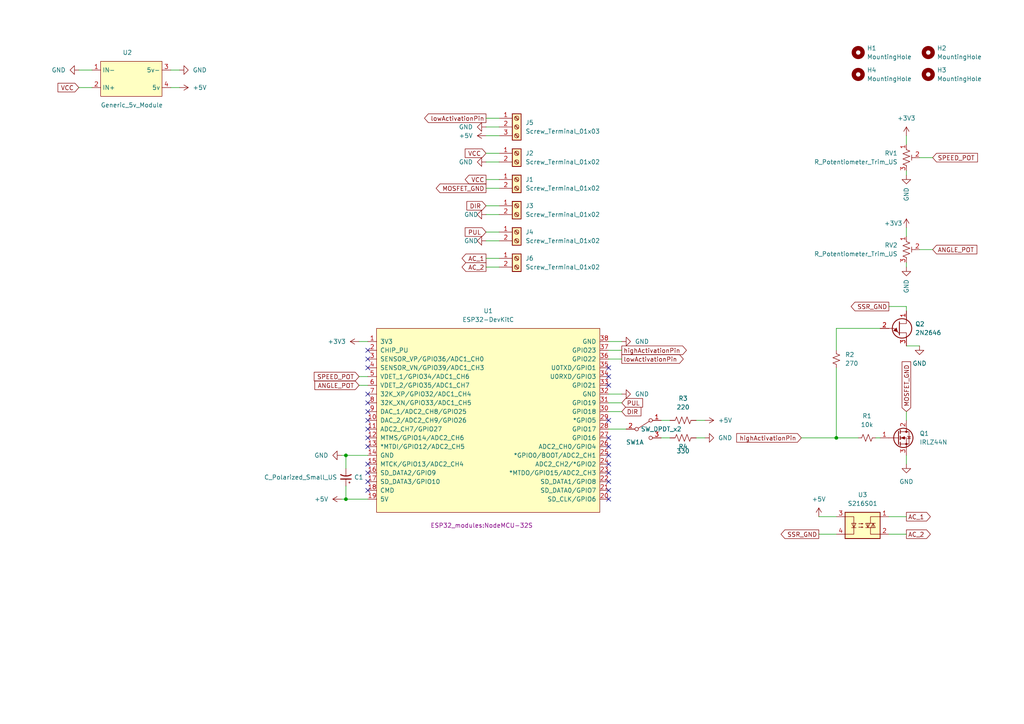
<source format=kicad_sch>
(kicad_sch (version 20211123) (generator eeschema)
  (paper "A4")
  (title_block (title "ESP32 Turning Target System") (date "2022-06-23") (rev "6") (company "Scott Dial") (comment 1 "Use in conjunction with Bullseye Match from the App Store."))
  (lib_symbols
    (symbol "Connector:Screw_Terminal_01x02" (pin_names (offset 1.016) hide)
      (property "Reference" "J" (at 0 2.54 0))
      (property "Value" "Screw_Terminal_01x02" (at 0 -5.08 0))
      (symbol "Screw_Terminal_01x02_1_1"
        (rectangle (start -1.27 1.27) (end 1.27 -3.81) (stroke (width 0.254)) (fill (type background)))
        (circle (center 0 -2.54) (radius 0.635) (stroke (width 0.1524)))
        (polyline (pts (xy -0.5334 -2.2098) (xy 0.3302 -3.048)) (stroke (width 0.1524)))
        (polyline (pts (xy -0.5334 0.3302) (xy 0.3302 -0.508)) (stroke (width 0.1524)))
        (polyline (pts (xy -0.3556 -2.032) (xy 0.508 -2.8702)) (stroke (width 0.1524)))
        (polyline (pts (xy -0.3556 0.508) (xy 0.508 -0.3302)) (stroke (width 0.1524)))
        (circle (center 0 0) (radius 0.635) (stroke (width 0.1524)))
        (pin passive line (at -5.08 0 0) (length 3.81) (name "Pin_1") (number "1"))
        (pin passive line (at -5.08 -2.54 0) (length 3.81) (name "Pin_2") (number "2"))
      )
    )
    (symbol "Connector:Screw_Terminal_01x03" (pin_names (offset 1.016) hide)
      (property "Reference" "J" (at 0 5.08 0))
      (property "Value" "Screw_Terminal_01x03" (at 0 -5.08 0))
      (symbol "Screw_Terminal_01x03_1_1"
        (rectangle (start -1.27 3.81) (end 1.27 -3.81) (stroke (width 0.254)) (fill (type background)))
        (circle (center 0 -2.54) (radius 0.635) (stroke (width 0.1524)))
        (polyline (pts (xy -0.5334 -2.2098) (xy 0.3302 -3.048)) (stroke (width 0.1524)))
        (polyline (pts (xy -0.5334 0.3302) (xy 0.3302 -0.508)) (stroke (width 0.1524)))
        (polyline (pts (xy -0.5334 2.8702) (xy 0.3302 2.032)) (stroke (width 0.1524)))
        (polyline (pts (xy -0.3556 -2.032) (xy 0.508 -2.8702)) (stroke (width 0.1524)))
        (polyline (pts (xy -0.3556 0.508) (xy 0.508 -0.3302)) (stroke (width 0.1524)))
        (polyline (pts (xy -0.3556 3.048) (xy 0.508 2.2098)) (stroke (width 0.1524)))
        (circle (center 0 0) (radius 0.635) (stroke (width 0.1524)))
        (circle (center 0 2.54) (radius 0.635) (stroke (width 0.1524)))
        (pin passive line (at -5.08 2.54 0) (length 3.81) (name "Pin_1") (number "1"))
        (pin passive line (at -5.08 0 0) (length 3.81) (name "Pin_2") (number "2"))
        (pin passive line (at -5.08 -2.54 0) (length 3.81) (name "Pin_3") (number "3"))
      )
    )
    (symbol "Converter_DCDC:Generic_5v_Module"
      (property "Reference" "U" (at 0 -12.7 0))
      (property "Value" "Generic_5v_Module" (at 0 7.62 0))
      (symbol "Generic_5v_Module_0_1"
        (rectangle (start 0 0) (end 17.78 -10.16) (fill (type background)))
        (rectangle (start 2.54 -2.54) (end 2.54 -2.54))
      )
      (symbol "Generic_5v_Module_1_1"
        (pin input line (at -2.54 -2.54 0) (length 2.54) (name "IN-") (number "1"))
        (pin input line (at -2.54 -7.62 0) (length 2.54) (name "IN+") (number "2"))
        (pin output line (at 20.32 -2.54 180) (length 2.54) (name "5v-") (number "3"))
        (pin output line (at 20.32 -7.62 180) (length 2.54) (name "5v") (number "4"))
      )
    )
    (symbol "Device:C_Polarized_Small_US" (pin_numbers hide) (pin_names (offset 0.254) hide)
      (property "Reference" "C" (at 0.254 1.778 0))
      (property "Value" "C_Polarized_Small_US" (at 0.254 -2.032 0))
      (symbol "C_Polarized_Small_US_0_1"
        (polyline (pts (xy -1.524 0.508) (xy 1.524 0.508)) (stroke (width 0.3048)))
        (polyline (pts (xy -1.27 1.524) (xy -0.762 1.524)))
        (polyline (pts (xy -1.016 1.27) (xy -1.016 1.778)))
        (arc (start 1.524 -0.762) (mid 0 -0.3734) (end -1.524 -0.762) (stroke (width 0.3048)))
      )
      (symbol "C_Polarized_Small_US_1_1"
        (pin passive line (at 0 2.54 270) (length 2.032) (name "~") (number "1"))
        (pin passive line (at 0 -2.54 90) (length 2.032) (name "~") (number "2"))
      )
    )
    (symbol "Device:R_Potentiometer_Trim_US" (pin_names (offset 1.016) hide)
      (property "Reference" "RV" (at -4.445 0 90))
      (property "Value" "R_Potentiometer_Trim_US" (at -2.54 0 90))
      (symbol "R_Potentiometer_Trim_US_0_1"
        (polyline (pts (xy 0 -2.286) (xy 0 -2.54)))
        (polyline (pts (xy 0 2.286) (xy 0 2.54)))
        (polyline (pts (xy 1.524 0.762) (xy 1.524 -0.762)))
        (polyline (pts (xy 2.54 0) (xy 1.524 0)))
        (polyline (pts (xy 0 -0.762) (xy 1.016 -1.143) (xy 0 -1.524) (xy -1.016 -1.905) (xy 0 -2.286)))
        (polyline (pts (xy 0 0.762) (xy 1.016 0.381) (xy 0 0) (xy -1.016 -0.381) (xy 0 -0.762)))
        (polyline (pts (xy 0 2.286) (xy 1.016 1.905) (xy 0 1.524) (xy -1.016 1.143) (xy 0 0.762)))
      )
      (symbol "R_Potentiometer_Trim_US_1_1"
        (pin passive line (at 0 3.81 270) (length 1.27) (name "1") (number "1"))
        (pin passive line (at 3.81 0 180) (length 1.27) (name "2") (number "2"))
        (pin passive line (at 0 -3.81 90) (length 1.27) (name "3") (number "3"))
      )
    )
    (symbol "Device:R_Small_US" (pin_numbers hide) (pin_names (offset 0.254) hide)
      (property "Reference" "R" (at 0.762 0.508 0))
      (property "Value" "R_Small_US" (at 0.762 -1.016 0))
      (symbol "R_Small_US_1_1"
        (polyline (pts (xy 0 0) (xy 1.016 -0.381) (xy 0 -0.762) (xy -1.016 -1.143) (xy 0 -1.524)))
        (polyline (pts (xy 0 1.524) (xy 1.016 1.143) (xy 0 0.762) (xy -1.016 0.381) (xy 0 0)))
        (pin passive line (at 0 2.54 270) (length 1.016) (name "~") (number "1"))
        (pin passive line (at 0 -2.54 90) (length 1.016) (name "~") (number "2"))
      )
    )
    (symbol "Device:R_US" (pin_numbers hide) (pin_names (offset 0))
      (property "Reference" "R" (at 2.54 0 90))
      (property "Value" "R_US" (at -2.54 0 90))
      (symbol "R_US_0_1"
        (polyline (pts (xy 0 -2.286) (xy 0 -2.54)))
        (polyline (pts (xy 0 2.286) (xy 0 2.54)))
        (polyline (pts (xy 0 -0.762) (xy 1.016 -1.143) (xy 0 -1.524) (xy -1.016 -1.905) (xy 0 -2.286)))
        (polyline (pts (xy 0 0.762) (xy 1.016 0.381) (xy 0 0) (xy -1.016 -0.381) (xy 0 -0.762)))
        (polyline (pts (xy 0 2.286) (xy 1.016 1.905) (xy 0 1.524) (xy -1.016 1.143) (xy 0 0.762)))
      )
      (symbol "R_US_1_1"
        (pin passive line (at 0 3.81 270) (length 1.27) (name "~") (number "1"))
        (pin passive line (at 0 -3.81 90) (length 1.27) (name "~") (number "2"))
      )
    )
    (symbol "Espressif:ESP32-DevKitC" (pin_names (offset 1.016))
      (property "Reference" "U" (at -8.89 26.67 0))
      (property "Value" "ESP32-DevKitC" (at 0 -29.21 0))
      (symbol "ESP32-DevKitC_0_0"
        (pin power_in line (at -33.02 -11.43 0) (length 2.54) (name "GND") (number "14"))
        (pin power_in line (at -33.02 -24.13 0) (length 2.54) (name "5V") (number "19"))
      )
      (symbol "ESP32-DevKitC_0_1"
        (rectangle (start -30.48 25.4) (end 34.29 -27.94) (fill (type background)))
      )
      (symbol "ESP32-DevKitC_1_1"
        (pin power_in line (at -33.02 21.59 0) (length 2.54) (name "3V3") (number "1"))
        (pin bidirectional line (at -33.02 -1.27 0) (length 2.54) (name "DAC_2/ADC2_CH9/GPIO26") (number "10"))
        (pin bidirectional line (at -33.02 -3.81 0) (length 2.54) (name "ADC2_CH7/GPIO27") (number "11"))
        (pin bidirectional line (at -33.02 -6.35 0) (length 2.54) (name "MTMS/GPIO14/ADC2_CH6") (number "12"))
        (pin bidirectional line (at -33.02 -8.89 0) (length 2.54) (name "*MTDI/GPIO12/ADC2_CH5") (number "13"))
        (pin bidirectional line (at -33.02 -13.97 0) (length 2.54) (name "MTCK/GPIO13/ADC2_CH4") (number "15"))
        (pin bidirectional line (at -33.02 -16.51 0) (length 2.54) (name "SD_DATA2/GPIO9") (number "16"))
        (pin bidirectional line (at -33.02 -19.05 0) (length 2.54) (name "SD_DATA3/GPIO10") (number "17"))
        (pin bidirectional line (at -33.02 -21.59 0) (length 2.54) (name "CMD") (number "18"))
        (pin input line (at -33.02 19.05 0) (length 2.54) (name "CHIP_PU") (number "2"))
        (pin bidirectional line (at 36.83 -24.13 180) (length 2.54) (name "SD_CLK/GPIO6") (number "20"))
        (pin bidirectional line (at 36.83 -21.59 180) (length 2.54) (name "SD_DATA0/GPIO7") (number "21"))
        (pin bidirectional line (at 36.83 -19.05 180) (length 2.54) (name "SD_DATA1/GPIO8") (number "22"))
        (pin bidirectional line (at 36.83 -16.51 180) (length 2.54) (name "*MTDO/GPIO15/ADC2_CH3") (number "23"))
        (pin bidirectional line (at 36.83 -13.97 180) (length 2.54) (name "ADC2_CH2/*GPIO2") (number "24"))
        (pin bidirectional line (at 36.83 -11.43 180) (length 2.54) (name "*GPIO0/BOOT/ADC2_CH1") (number "25"))
        (pin bidirectional line (at 36.83 -8.89 180) (length 2.54) (name "ADC2_CH0/GPIO4") (number "26"))
        (pin bidirectional line (at 36.83 -6.35 180) (length 2.54) (name "GPIO16") (number "27"))
        (pin bidirectional line (at 36.83 -3.81 180) (length 2.54) (name "GPIO17") (number "28"))
        (pin bidirectional line (at 36.83 -1.27 180) (length 2.54) (name "*GPIO5") (number "29"))
        (pin input line (at -33.02 16.51 0) (length 2.54) (name "SENSOR_VP/GPIO36/ADC1_CH0") (number "3"))
        (pin bidirectional line (at 36.83 1.27 180) (length 2.54) (name "GPIO18") (number "30"))
        (pin bidirectional line (at 36.83 3.81 180) (length 2.54) (name "GPIO19") (number "31"))
        (pin power_in line (at 36.83 6.35 180) (length 2.54) (name "GND") (number "32"))
        (pin bidirectional line (at 36.83 8.89 180) (length 2.54) (name "GPIO21") (number "33"))
        (pin bidirectional line (at 36.83 11.43 180) (length 2.54) (name "U0RXD/GPIO3") (number "34"))
        (pin bidirectional line (at 36.83 13.97 180) (length 2.54) (name "U0TXD/GPIO1") (number "35"))
        (pin bidirectional line (at 36.83 16.51 180) (length 2.54) (name "GPIO22") (number "36"))
        (pin bidirectional line (at 36.83 19.05 180) (length 2.54) (name "GPIO23") (number "37"))
        (pin power_in line (at 36.83 21.59 180) (length 2.54) (name "GND") (number "38"))
        (pin input line (at -33.02 13.97 0) (length 2.54) (name "SENSOR_VN/GPIO39/ADC1_CH3") (number "4"))
        (pin input line (at -33.02 11.43 0) (length 2.54) (name "VDET_1/GPIO34/ADC1_CH6") (number "5"))
        (pin input line (at -33.02 8.89 0) (length 2.54) (name "VDET_2/GPIO35/ADC1_CH7") (number "6"))
        (pin bidirectional line (at -33.02 6.35 0) (length 2.54) (name "32K_XP/GPIO32/ADC1_CH4") (number "7"))
        (pin bidirectional line (at -33.02 3.81 0) (length 2.54) (name "32K_XN/GPIO33/ADC1_CH5") (number "8"))
        (pin bidirectional line (at -33.02 1.27 0) (length 2.54) (name "DAC_1/ADC2_CH8/GPIO25") (number "9"))
      )
    )
    (symbol "Mechanical:MountingHole" (pin_names (offset 1.016))
      (property "Reference" "H" (at 0 5.08 0))
      (property "Value" "MountingHole" (at 0 3.175 0))
      (symbol "MountingHole_0_1"
        (circle (center 0 0) (radius 1.27) (stroke (width 1.27)))
      )
    )
    (symbol "Relay_SolidState:S216S01"
      (property "Reference" "U" (at -5.08 5.08 0))
      (property "Value" "S216S01" (at 0 5.08 0))
      (symbol "S216S01_0_1"
        (rectangle (start -5.08 3.81) (end 5.08 -3.81) (stroke (width 0.254)) (fill (type background)))
        (polyline (pts (xy -3.175 -0.635) (xy -1.905 -0.635)))
        (polyline (pts (xy 1.524 -0.635) (xy 1.524 0.635)))
        (polyline (pts (xy 3.048 0.635) (xy 3.048 -0.635)))
        (polyline (pts (xy 2.286 -0.635) (xy 2.286 -2.54) (xy 5.08 -2.54)))
        (polyline (pts (xy 2.286 0.635) (xy 2.286 2.54) (xy 5.08 2.54)))
        (polyline (pts (xy -5.08 2.54) (xy -2.54 2.54) (xy -2.54 -2.54) (xy -5.08 -2.54)))
        (polyline (pts (xy -2.54 -0.635) (xy -3.175 0.635) (xy -1.905 0.635) (xy -2.54 -0.635)))
        (polyline (pts (xy 0.889 -0.635) (xy 3.683 -0.635) (xy 3.048 0.635) (xy 2.413 -0.635)))
        (polyline (pts (xy 3.683 0.635) (xy 0.889 0.635) (xy 1.524 -0.635) (xy 2.159 0.635)))
        (polyline (pts (xy -1.143 -0.508) (xy 0.127 -0.508) (xy -0.254 -0.635) (xy -0.254 -0.381) (xy 0.127 -0.508)))
        (polyline (pts (xy -1.143 0.508) (xy 0.127 0.508) (xy -0.254 0.381) (xy -0.254 0.635) (xy 0.127 0.508)))
      )
      (symbol "S216S01_1_1"
        (pin passive line (at 7.62 2.54 180) (length 2.54) (name "~") (number "1"))
        (pin passive line (at 7.62 -2.54 180) (length 2.54) (name "~") (number "2"))
        (pin passive line (at -7.62 2.54 0) (length 2.54) (name "~") (number "3"))
        (pin passive line (at -7.62 -2.54 0) (length 2.54) (name "~") (number "4"))
      )
    )
    (symbol "Switch:SW_DPDT_x2" (pin_names (offset 0) hide)
      (property "Reference" "SW" (at 0 4.318 0))
      (property "Value" "SW_DPDT_x2" (at 0 -5.08 0))
      (symbol "SW_DPDT_x2_0_0"
        (circle (center -2.032 0) (radius 0.508))
        (circle (center 2.032 -2.54) (radius 0.508))
      )
      (symbol "SW_DPDT_x2_0_1"
        (polyline (pts (xy -1.524 0.254) (xy 1.651 2.286)))
        (circle (center 2.032 2.54) (radius 0.508))
      )
      (symbol "SW_DPDT_x2_1_1"
        (pin passive line (at 5.08 2.54 180) (length 2.54) (name "A") (number "1"))
        (pin passive line (at -5.08 0 0) (length 2.54) (name "B") (number "2"))
        (pin passive line (at 5.08 -2.54 180) (length 2.54) (name "C") (number "3"))
      )
      (symbol "SW_DPDT_x2_2_1"
        (pin passive line (at 5.08 2.54 180) (length 2.54) (name "A") (number "4"))
        (pin passive line (at -5.08 0 0) (length 2.54) (name "B") (number "5"))
        (pin passive line (at 5.08 -2.54 180) (length 2.54) (name "C") (number "6"))
      )
    )
    (symbol "Transistor_BJT:2N2646" (pin_names (offset 0) hide)
      (property "Reference" "Q" (at 5.08 1.905 0))
      (property "Value" "2N2646" (at 5.08 0 0))
      (symbol "2N2646_0_1"
        (polyline (pts (xy -2.54 0) (xy -1.016 0) (xy 0.508 -1.524)))
        (polyline (pts (xy 0.508 1.905) (xy 0.508 -1.905) (xy 0.508 -1.905)) (stroke (width 0.254)))
        (polyline (pts (xy 2.54 -2.54) (xy 2.54 -1.27) (xy 0.508 -1.27)))
        (polyline (pts (xy 2.54 2.54) (xy 2.54 1.397) (xy 0.508 1.397)))
        (polyline (pts (xy 0 -1.016) (xy -0.381 0.127) (xy -1.143 -0.635) (xy 0 -1.016)) (fill (type outline)))
        (circle (center 1.27 0) (radius 2.8194) (stroke (width 0.254)))
      )
      (symbol "2N2646_1_1"
        (pin passive line (at 2.54 5.08 270) (length 2.54) (name "B2") (number "1"))
        (pin input line (at -5.08 0 0) (length 2.54) (name "E") (number "2"))
        (pin passive line (at 2.54 -5.08 90) (length 2.54) (name "B1") (number "3"))
      )
    )
    (symbol "Transistor_FET:IRLZ44N" (pin_names hide)
      (property "Reference" "Q" (at 6.35 1.905 0))
      (property "Value" "IRLZ44N" (at 6.35 0 0))
      (symbol "IRLZ44N_0_1"
        (polyline (pts (xy 0.254 0) (xy -2.54 0)))
        (polyline (pts (xy 0.254 1.905) (xy 0.254 -1.905)) (stroke (width 0.254)))
        (polyline (pts (xy 0.762 -1.27) (xy 0.762 -2.286)) (stroke (width 0.254)))
        (polyline (pts (xy 0.762 0.508) (xy 0.762 -0.508)) (stroke (width 0.254)))
        (polyline (pts (xy 0.762 2.286) (xy 0.762 1.27)) (stroke (width 0.254)))
        (polyline (pts (xy 2.54 2.54) (xy 2.54 1.778)))
        (polyline (pts (xy 2.54 -2.54) (xy 2.54 0) (xy 0.762 0)))
        (polyline (pts (xy 0.762 -1.778) (xy 3.302 -1.778) (xy 3.302 1.778) (xy 0.762 1.778)))
        (polyline (pts (xy 1.016 0) (xy 2.032 0.381) (xy 2.032 -0.381) (xy 1.016 0)) (fill (type outline)))
        (polyline (pts (xy 2.794 0.508) (xy 2.921 0.381) (xy 3.683 0.381) (xy 3.81 0.254)))
        (polyline (pts (xy 3.302 0.381) (xy 2.921 -0.254) (xy 3.683 -0.254) (xy 3.302 0.381)))
        (circle (center 1.651 0) (radius 2.794) (stroke (width 0.254)))
        (circle (center 2.54 -1.778) (radius 0.254) (fill (type outline)))
        (circle (center 2.54 1.778) (radius 0.254) (fill (type outline)))
      )
      (symbol "IRLZ44N_1_1"
        (pin input line (at -5.08 0 0) (length 2.54) (name "G") (number "1"))
        (pin passive line (at 2.54 5.08 270) (length 2.54) (name "D") (number "2"))
        (pin passive line (at 2.54 -5.08 90) (length 2.54) (name "S") (number "3"))
      )
    )
    (symbol "power:+3.3V" (power) (pin_names (offset 0))
      (property "Value" "+3.3V" (at 0 3.556 0))
      (symbol "+3.3V_0_1"
        (polyline (pts (xy -0.762 1.27) (xy 0 2.54)))
        (polyline (pts (xy 0 0) (xy 0 2.54)))
        (polyline (pts (xy 0 2.54) (xy 0.762 1.27)))
      )
      (symbol "+3.3V_1_1"
        (pin power_in line (at 0 0 90) (length 0) hide (name "+3V3") (number "1"))
      )
    )
    (symbol "power:+5V" (power) (pin_names (offset 0))
      (property "Value" "+5V" (at 0 3.556 0))
      (symbol "+5V_0_1"
        (polyline (pts (xy -0.762 1.27) (xy 0 2.54)))
        (polyline (pts (xy 0 0) (xy 0 2.54)))
        (polyline (pts (xy 0 2.54) (xy 0.762 1.27)))
      )
      (symbol "+5V_1_1"
        (pin power_in line (at 0 0 90) (length 0) hide (name "+5V") (number "1"))
      )
    )
    (symbol "power:GND" (power) (pin_names (offset 0))
      (property "Value" "GND" (at 0 -3.81 0))
      (symbol "GND_0_1"
        (polyline (pts (xy 0 0) (xy 0 -1.27) (xy 1.27 -1.27) (xy 0 -2.54) (xy -1.27 -1.27) (xy 0 -1.27)))
      )
      (symbol "GND_1_1"
        (pin power_in line (at 0 0 270) (length 0) hide (name "GND") (number "1"))
      )
    )
  )
  (junction (at 100.33 144.78))
  (junction (at 100.33 132.08))
  (junction (at 242.57 127))
  (no_connect (at 106.68 129.54))
  (no_connect (at 106.68 142.24))
  (no_connect (at 106.68 139.7))
  (no_connect (at 106.68 137.16))
  (no_connect (at 106.68 134.62))
  (no_connect (at 106.68 127))
  (no_connect (at 106.68 124.46))
  (no_connect (at 106.68 121.92))
  (no_connect (at 106.68 119.38))
  (no_connect (at 106.68 116.84))
  (no_connect (at 106.68 114.3))
  (no_connect (at 106.68 106.68))
  (no_connect (at 106.68 104.14))
  (no_connect (at 106.68 101.6))
  (no_connect (at 176.53 144.78))
  (no_connect (at 176.53 106.68))
  (no_connect (at 176.53 109.22))
  (no_connect (at 176.53 111.76))
  (no_connect (at 176.53 142.24))
  (no_connect (at 176.53 121.92))
  (no_connect (at 176.53 127))
  (no_connect (at 176.53 129.54))
  (no_connect (at 176.53 132.08))
  (no_connect (at 176.53 134.62))
  (no_connect (at 176.53 137.16))
  (no_connect (at 176.53 139.7))
  (wire (pts (xy 242.57 106.68) (xy 242.57 127)))
  (wire (pts (xy 262.89 66.04) (xy 262.89 68.58)))
  (wire (pts (xy 140.97 36.83) (xy 144.78 36.83)))
  (wire (pts (xy 176.53 101.6) (xy 180.34 101.6)))
  (wire (pts (xy 49.53 20.32) (xy 52.07 20.32)))
  (wire (pts (xy 176.53 114.3) (xy 180.34 114.3)))
  (wire (pts (xy 201.93 121.92) (xy 204.47 121.92)))
  (wire (pts (xy 242.57 127) (xy 248.92 127)))
  (wire (pts (xy 99.06 132.08) (xy 100.33 132.08)))
  (wire (pts (xy 100.33 132.08) (xy 106.68 132.08)))
  (wire (pts (xy 140.97 74.93) (xy 144.78 74.93)))
  (wire (pts (xy 191.77 121.92) (xy 194.31 121.92)))
  (wire (pts (xy 22.86 25.4) (xy 26.67 25.4)))
  (wire (pts (xy 100.33 132.08) (xy 100.33 135.89)))
  (wire (pts (xy 140.97 52.07) (xy 144.78 52.07)))
  (wire (pts (xy 257.81 149.86) (xy 262.89 149.86)))
  (wire (pts (xy 100.33 140.97) (xy 100.33 144.78)))
  (wire (pts (xy 140.97 67.31) (xy 144.78 67.31)))
  (wire (pts (xy 140.97 46.99) (xy 144.78 46.99)))
  (wire (pts (xy 140.97 44.45) (xy 144.78 44.45)))
  (wire (pts (xy 201.93 127) (xy 204.47 127)))
  (wire (pts (xy 262.89 88.9) (xy 262.89 90.17)))
  (wire (pts (xy 237.49 154.94) (xy 242.57 154.94)))
  (wire (pts (xy 140.97 34.29) (xy 144.78 34.29)))
  (wire (pts (xy 191.77 127) (xy 194.31 127)))
  (wire (pts (xy 237.49 149.86) (xy 242.57 149.86)))
  (wire (pts (xy 262.89 76.2) (xy 262.89 77.47)))
  (wire (pts (xy 104.14 111.76) (xy 106.68 111.76)))
  (wire (pts (xy 140.97 62.23) (xy 144.78 62.23)))
  (wire (pts (xy 140.97 77.47) (xy 144.78 77.47)))
  (wire (pts (xy 270.51 72.39) (xy 266.7 72.39)))
  (wire (pts (xy 242.57 95.25) (xy 255.27 95.25)))
  (wire (pts (xy 140.97 69.85) (xy 144.78 69.85)))
  (wire (pts (xy 99.06 144.78) (xy 100.33 144.78)))
  (wire (pts (xy 262.89 39.37) (xy 262.89 41.91)))
  (wire (pts (xy 140.97 59.69) (xy 144.78 59.69)))
  (wire (pts (xy 176.53 104.14) (xy 180.34 104.14)))
  (wire (pts (xy 266.7 45.72) (xy 270.51 45.72)))
  (wire (pts (xy 254 127) (xy 255.27 127)))
  (wire (pts (xy 176.53 99.06) (xy 180.34 99.06)))
  (wire (pts (xy 100.33 144.78) (xy 106.68 144.78)))
  (wire (pts (xy 262.89 100.33) (xy 266.7 100.33)))
  (wire (pts (xy 49.53 25.4) (xy 52.07 25.4)))
  (wire (pts (xy 262.89 132.08) (xy 262.89 134.62)))
  (wire (pts (xy 262.89 49.53) (xy 262.89 50.8)))
  (wire (pts (xy 262.89 121.92) (xy 262.89 119.38)))
  (wire (pts (xy 257.81 88.9) (xy 262.89 88.9)))
  (wire (pts (xy 22.86 20.32) (xy 26.67 20.32)))
  (wire (pts (xy 104.14 99.06) (xy 106.68 99.06)))
  (wire (pts (xy 104.14 109.22) (xy 106.68 109.22)))
  (wire (pts (xy 232.41 127) (xy 242.57 127)))
  (wire (pts (xy 176.53 124.46) (xy 181.61 124.46)))
  (wire (pts (xy 176.53 116.84) (xy 180.34 116.84)))
  (wire (pts (xy 144.78 39.37) (xy 140.97 39.37)))
  (wire (pts (xy 257.81 154.94) (xy 262.89 154.94)))
  (wire (pts (xy 176.53 119.38) (xy 180.34 119.38)))
  (wire (pts (xy 242.57 95.25) (xy 242.57 101.6)))
  (wire (pts (xy 140.97 54.61) (xy 144.78 54.61)))
  (global_label "AC_2" (shape output) (at 262.89 154.94 0) (property "Intersheet References" "${INTERSHEET_REFS}" (effects hide)))
  (global_label "ANGLE_POT" (shape input) (at 104.14 111.76 180) (property "Intersheet References" "${INTERSHEET_REFS}" (effects hide)))
  (global_label "lowActivationPin" (shape output) (at 140.97 34.29 180) (property "Intersheet References" "${INTERSHEET_REFS}" (effects hide)))
  (global_label "DIR" (shape input) (at 180.34 119.38 0) (property "Intersheet References" "${INTERSHEET_REFS}" (effects hide)))
  (global_label "VCC" (shape input) (at 140.97 44.45 180) (property "Intersheet References" "${INTERSHEET_REFS}" (effects hide)))
  (global_label "ANGLE_POT" (shape input) (at 270.51 72.39 0) (property "Intersheet References" "${INTERSHEET_REFS}" (effects hide)))
  (global_label "PUL" (shape input) (at 140.97 67.31 180) (property "Intersheet References" "${INTERSHEET_REFS}" (effects hide)))
  (global_label "SSR_GND" (shape output) (at 237.49 154.94 180) (property "Intersheet References" "${INTERSHEET_REFS}" (effects hide)))
  (global_label "AC_1" (shape output) (at 140.97 74.93 180) (property "Intersheet References" "${INTERSHEET_REFS}" (effects hide)))
  (global_label "highActivationPin" (shape output) (at 180.34 101.6 0) (property "Intersheet References" "${INTERSHEET_REFS}" (effects hide)))
  (global_label "highActivationPin" (shape input) (at 232.41 127 180) (property "Intersheet References" "${INTERSHEET_REFS}" (effects hide)))
  (global_label "SPEED_POT" (shape input) (at 270.51 45.72 0) (property "Intersheet References" "${INTERSHEET_REFS}" (effects hide)))
  (global_label "VCC" (shape input) (at 22.86 25.4 180) (property "Intersheet References" "${INTERSHEET_REFS}" (effects hide)))
  (global_label "AC_2" (shape output) (at 140.97 77.47 180) (property "Intersheet References" "${INTERSHEET_REFS}" (effects hide)))
  (global_label "SPEED_POT" (shape input) (at 104.14 109.22 180) (property "Intersheet References" "${INTERSHEET_REFS}" (effects hide)))
  (global_label "VCC" (shape output) (at 140.97 52.07 180) (property "Intersheet References" "${INTERSHEET_REFS}" (effects hide)))
  (global_label "AC_1" (shape output) (at 262.89 149.86 0) (property "Intersheet References" "${INTERSHEET_REFS}" (effects hide)))
  (global_label "DIR" (shape input) (at 140.97 59.69 180) (property "Intersheet References" "${INTERSHEET_REFS}" (effects hide)))
  (global_label "lowActivationPin" (shape output) (at 180.34 104.14 0) (property "Intersheet References" "${INTERSHEET_REFS}" (effects hide)))
  (global_label "MOSFET_GND" (shape output) (at 140.97 54.61 180) (property "Intersheet References" "${INTERSHEET_REFS}" (effects hide)))
  (global_label "PUL" (shape input) (at 180.34 116.84 0) (property "Intersheet References" "${INTERSHEET_REFS}" (effects hide)))
  (global_label "MOSFET_GND" (shape input) (at 262.89 119.38 90) (property "Intersheet References" "${INTERSHEET_REFS}" (effects hide)))
  (global_label "SSR_GND" (shape output) (at 257.81 88.9 180) (property "Intersheet References" "${INTERSHEET_REFS}" (effects hide)))
  (symbol (lib_id "power:GND") (at 22.86 20.32 270) (unit 1)
    (property "Reference" "#PWR06" (effects hide))
    (property "Value" "GND" (at 19.05 20.3199 90) (effects (justify right)))
  )
  (symbol (lib_id "Device:R_Potentiometer_Trim_US") (at 262.89 45.72 0) (unit 1)
    (property "Reference" "RV1" (at 260.35 44.4499 0) (effects (justify right)))
    (property "Value" "R_Potentiometer_Trim_US" (at 260.35 46.9899 0) (effects (justify right)))
    (property "Footprint" "Potentiometer_THT:Potentiometer_Bourns_3339P_Vertical" (effects hide))
  )
  (symbol (lib_id "power:GND") (at 140.97 69.85 270) (mirror x) (unit 1)
    (property "Reference" "#PWR0105" (effects hide))
    (property "Value" "GND" (at 134.62 69.85 90) (effects (justify left)))
  )
  (symbol (lib_id "power:GND") (at 140.97 36.83 270) (unit 1)
    (property "Reference" "#PWR0101" (effects hide))
    (property "Value" "GND" (at 137.16 36.8299 90) (effects (justify right)))
  )
  (symbol (lib_id "Switch:SW_DPDT_x2") (at 186.69 124.46 0) (unit 1)
    (property "Reference" "SW1" (at 184.15 128.27 0))
    (property "Value" "SW_DPDT_x2" (at 191.77 124.46 0))
    (property "Footprint" "Connector_PinHeader_2.54mm:PinHeader_1x03_P2.54mm_Vertical" (effects hide))
  )
  (symbol (lib_id "Connector:Screw_Terminal_01x02") (at 149.86 59.69 0) (unit 1)
    (property "Reference" "J3" (at 152.4 59.6899 0) (effects (justify left)))
    (property "Value" "Screw_Terminal_01x02" (at 152.4 62.2299 0) (effects (justify left)))
    (property "Footprint" "TerminalBlock:TerminalBlock_bornier-2_P5.08mm" (effects hide))
  )
  (symbol (lib_id "Device:R_US") (at 198.12 121.92 270) (unit 1)
    (property "Reference" "R3" (at 198.12 115.57 90))
    (property "Value" "220" (at 198.12 118.11 90))
    (property "Footprint" "Resistor_THT:R_Axial_DIN0207_L6.3mm_D2.5mm_P10.16mm_Horizontal" (effects hide))
  )
  (symbol (lib_id "power:GND") (at 262.89 134.62 0) (unit 1)
    (property "Reference" "#PWR02" (effects hide))
    (property "Value" "GND" (at 262.89 139.7 0))
  )
  (symbol (lib_id "power:GND") (at 52.07 20.32 90) (unit 1)
    (property "Reference" "#PWR08" (effects hide))
    (property "Value" "GND" (at 55.88 20.3199 90) (effects (justify right)))
  )
  (symbol (lib_id "power:GND") (at 262.89 50.8 0) (mirror y) (unit 1)
    (property "Reference" "#PWR010" (effects hide))
    (property "Value" "GND" (at 262.89 58.42 90) (effects (justify left)))
  )
  (symbol (lib_id "Device:C_Polarized_Small_US") (at 100.33 138.43 180) (unit 1)
    (property "Reference" "C1" (at 105.41 138.43 0) (effects (justify left)))
    (property "Value" "C_Polarized_Small_US" (at 97.79 138.43 0) (effects (justify left)))
    (property "Footprint" "Capacitor_THT:CP_Radial_D8.0mm_P3.80mm" (effects hide))
  )
  (symbol (lib_id "power:+5V") (at 140.97 39.37 90) (unit 1)
    (property "Reference" "#PWR0102" (effects hide))
    (property "Value" "+5V" (at 137.16 39.3699 90) (effects (justify left)))
  )
  (symbol (lib_id "Transistor_FET:IRLZ44N") (at 260.35 127 0) (unit 1)
    (property "Reference" "Q1" (at 266.7 125.7299 0) (effects (justify left)))
    (property "Value" "IRLZ44N" (at 266.7 128.2699 0) (effects (justify left)))
    (property "Footprint" "Package_TO_SOT_THT:TO-220-3_Vertical" (effects hide))
    (property "Datasheet" "http://www.irf.com/product-info/datasheets/data/irlz44n.pdf" (effects hide))
  )
  (symbol (lib_id "Mechanical:MountingHole") (at 248.92 15.24 0) (unit 1)
    (property "Reference" "H1" (at 251.46 13.9699 0) (effects (justify left)))
    (property "Value" "MountingHole" (at 251.46 16.5099 0) (effects (justify left)))
    (property "Footprint" "MountingHole:MountingHole_3.2mm_M3" (effects hide))
  )
  (symbol (lib_id "power:+3.3V") (at 262.89 39.37 0) (unit 1)
    (property "Reference" "#PWR0111" (effects hide))
    (property "Value" "+3.3V" (at 262.89 34.29 0))
  )
  (symbol (lib_id "power:+3.3V") (at 262.89 66.04 0) (unit 1)
    (property "Reference" "#PWR0113" (effects hide))
    (property "Value" "+3.3V" (at 259.08 64.77 0))
  )
  (symbol (lib_id "Mechanical:MountingHole") (at 248.92 21.59 0) (unit 1)
    (property "Reference" "H4" (at 251.46 20.3199 0) (effects (justify left)))
    (property "Value" "MountingHole" (at 251.46 22.8599 0) (effects (justify left)))
    (property "Footprint" "MountingHole:MountingHole_3.2mm_M3" (effects hide))
  )
  (symbol (lib_id "Connector:Screw_Terminal_01x03") (at 149.86 36.83 0) (unit 1)
    (property "Reference" "J5" (at 152.4 35.5599 0) (effects (justify left)))
    (property "Value" "Screw_Terminal_01x03" (at 152.4 38.0999 0) (effects (justify left)))
    (property "Footprint" "TerminalBlock:TerminalBlock_bornier-3_P5.08mm" (effects hide))
  )
  (symbol (lib_id "Connector:Screw_Terminal_01x02") (at 149.86 74.93 0) (unit 1)
    (property "Reference" "J6" (at 152.4 74.9299 0) (effects (justify left)))
    (property "Value" "Screw_Terminal_01x02" (at 152.4 77.4699 0) (effects (justify left)))
    (property "Footprint" "TerminalBlock:TerminalBlock_bornier-2_P5.08mm" (effects hide))
  )
  (symbol (lib_id "power:GND") (at 140.97 46.99 270) (unit 1)
    (property "Reference" "#PWR09" (effects hide))
    (property "Value" "GND" (at 137.16 46.9899 90) (effects (justify right)))
  )
  (symbol (lib_id "power:GND") (at 99.06 132.08 270) (unit 1)
    (property "Reference" "#PWR0108" (effects hide))
    (property "Value" "GND" (at 95.25 132.0799 90) (effects (justify right)))
  )
  (symbol (lib_id "Transistor_BJT:2N2646") (at 260.35 95.25 0) (unit 1)
    (property "Reference" "Q2" (at 265.43 93.9799 0) (effects (justify left)))
    (property "Value" "2N2646" (at 265.43 96.5199 0) (effects (justify left)))
    (property "Footprint" "Package_TO_SOT_THT:TO-92L_Inline" (effects hide))
    (property "Datasheet" "http://www.bucek.name/pdf/2n2646,2647.pdf" (effects hide))
  )
  (symbol (lib_id "Mechanical:MountingHole") (at 269.24 21.59 0) (unit 1)
    (property "Reference" "H3" (at 271.78 20.3199 0) (effects (justify left)))
    (property "Value" "MountingHole" (at 271.78 22.8599 0) (effects (justify left)))
    (property "Footprint" "MountingHole:MountingHole_3.2mm_M3" (effects hide))
  )
  (symbol (lib_id "Relay_SolidState:S216S01") (at 250.19 152.4 0) (unit 1)
    (property "Reference" "U3" (at 250.19 143.51 0))
    (property "Value" "S216S01" (at 250.19 146.05 0))
    (property "Footprint" "Package_SIP:SIP4_Sharp-SSR_P7.62mm_Straight" (effects hide))
    (property "Datasheet" "http://www.sharp-world.com/products/device/lineup/data/pdf/datasheet/s116s01_e.pdf" (effects hide))
  )
  (symbol (lib_id "power:GND") (at 180.34 99.06 90) (unit 1)
    (property "Reference" "#PWR0107" (effects hide))
    (property "Value" "GND" (at 184.15 99.0599 90) (effects (justify right)))
  )
  (symbol (lib_id "power:+3.3V") (at 104.14 99.06 90) (unit 1)
    (property "Reference" "#PWR0110" (effects hide))
    (property "Value" "+3.3V" (at 100.33 99.0599 90) (effects (justify left)))
  )
  (symbol (lib_id "Connector:Screw_Terminal_01x02") (at 149.86 67.31 0) (unit 1)
    (property "Reference" "J4" (at 152.4 67.3099 0) (effects (justify left)))
    (property "Value" "Screw_Terminal_01x02" (at 152.4 69.8499 0) (effects (justify left)))
    (property "Footprint" "TerminalBlock:TerminalBlock_bornier-2_P5.08mm" (effects hide))
  )
  (symbol (lib_id "power:GND") (at 140.97 62.23 270) (mirror x) (unit 1)
    (property "Reference" "#PWR0104" (effects hide))
    (property "Value" "GND" (at 134.62 62.23 90) (effects (justify left)))
  )
  (symbol (lib_id "Espressif:ESP32-DevKitC") (at 139.7 120.65 0) (unit 1)
    (property "Reference" "U1" (at 141.605 90.17 0))
    (property "Value" "ESP32-DevKitC" (at 141.605 92.71 0))
    (property "Footprint" "ESP32_modules:NodeMCU-32S" (at 139.7 152.4 0))
    (property "Datasheet" "https://docs.espressif.com/projects/esp-idf/zh_CN/latest/esp32/hw-reference/esp32/get-started-devkitc.html" (effects hide))
  )
  (symbol (lib_id "Device:R_Potentiometer_Trim_US") (at 262.89 72.39 0) (unit 1)
    (property "Reference" "RV2" (at 260.35 71.1199 0) (effects (justify right)))
    (property "Value" "R_Potentiometer_Trim_US" (at 260.35 73.6599 0) (effects (justify right)))
    (property "Footprint" "Potentiometer_THT:Potentiometer_Bourns_3339P_Vertical" (effects hide))
  )
  (symbol (lib_id "power:+5V") (at 99.06 144.78 90) (unit 1)
    (property "Reference" "#PWR0103" (effects hide))
    (property "Value" "+5V" (at 95.25 144.7799 90) (effects (justify left)))
  )
  (symbol (lib_id "Converter_DCDC:Generic_5v_Module") (at 29.21 17.78 0) (unit 1)
    (property "Reference" "U2" (at 35.56 15.2399 0) (effects (justify left)))
    (property "Value" "Generic_5v_Module" (at 29.21 30.48 0) (effects (justify left)))
    (property "Footprint" "Converter_DCDC:DCDC_Generic-5v" (effects hide))
  )
  (symbol (lib_id "power:GND") (at 266.7 100.33 0) (unit 1)
    (property "Reference" "#PWR0114" (effects hide))
    (property "Value" "GND" (at 266.7 105.41 0))
  )
  (symbol (lib_id "power:+5V") (at 52.07 25.4 270) (unit 1)
    (property "Reference" "#PWR07" (effects hide))
    (property "Value" "+5V" (at 55.88 25.3999 90) (effects (justify left)))
  )
  (symbol (lib_id "power:GND") (at 204.47 127 90) (unit 1)
    (property "Reference" "#PWR03" (effects hide))
    (property "Value" "GND" (at 208.28 126.9999 90) (effects (justify right)))
  )
  (symbol (lib_id "Device:R_Small_US") (at 242.57 104.14 180) (unit 1)
    (property "Reference" "R2" (at 245.11 102.8699 0) (effects (justify right)))
    (property "Value" "270" (at 245.11 105.4099 0) (effects (justify right)))
    (property "Footprint" "Resistor_THT:R_Axial_DIN0207_L6.3mm_D2.5mm_P10.16mm_Horizontal" (effects hide))
  )
  (symbol (lib_id "power:GND") (at 180.34 114.3 90) (unit 1)
    (property "Reference" "#PWR0106" (effects hide))
    (property "Value" "GND" (at 184.15 114.2999 90) (effects (justify right)))
  )
  (symbol (lib_id "power:+5V") (at 237.49 149.86 0) (unit 1)
    (property "Reference" "#PWR01" (effects hide))
    (property "Value" "+5V" (at 237.49 144.78 0))
  )
  (symbol (lib_id "Connector:Screw_Terminal_01x02") (at 149.86 52.07 0) (unit 1)
    (property "Reference" "J1" (at 152.4 52.0699 0) (effects (justify left)))
    (property "Value" "Screw_Terminal_01x02" (at 152.4 54.6099 0) (effects (justify left)))
    (property "Footprint" "TerminalBlock:TerminalBlock_bornier-2_P5.08mm" (effects hide))
  )
  (symbol (lib_id "power:+5V") (at 204.47 121.92 270) (unit 1)
    (property "Reference" "#PWR0109" (effects hide))
    (property "Value" "+5V" (at 208.28 121.9199 90) (effects (justify left)))
  )
  (symbol (lib_id "Mechanical:MountingHole") (at 269.24 15.24 0) (unit 1)
    (property "Reference" "H2" (at 271.78 13.9699 0) (effects (justify left)))
    (property "Value" "MountingHole" (at 271.78 16.5099 0) (effects (justify left)))
    (property "Footprint" "MountingHole:MountingHole_3.2mm_M3" (effects hide))
  )
  (symbol (lib_id "Connector:Screw_Terminal_01x02") (at 149.86 44.45 0) (unit 1)
    (property "Reference" "J2" (at 152.4 44.4499 0) (effects (justify left)))
    (property "Value" "Screw_Terminal_01x02" (at 152.4 46.9899 0) (effects (justify left)))
    (property "Footprint" "TerminalBlock:TerminalBlock_bornier-2_P5.08mm" (effects hide))
  )
  (symbol (lib_id "Device:R_Small_US") (at 251.46 127 90) (unit 1)
    (property "Reference" "R1" (at 251.46 120.65 90))
    (property "Value" "10k" (at 251.46 123.19 90))
    (property "Footprint" "Resistor_THT:R_Axial_DIN0207_L6.3mm_D2.5mm_P10.16mm_Horizontal" (effects hide))
  )
  (symbol (lib_id "power:GND") (at 262.89 77.47 0) (mirror y) (unit 1)
    (property "Reference" "#PWR0112" (effects hide))
    (property "Value" "GND" (at 262.89 85.09 90) (effects (justify left)))
  )
  (symbol (lib_id "Device:R_US") (at 198.12 127 90) (unit 1)
    (property "Reference" "R4" (at 198.12 129.54 90))
    (property "Value" "330" (at 198.12 130.81 90))
    (property "Footprint" "Resistor_THT:R_Axial_DIN0207_L6.3mm_D2.5mm_P10.16mm_Horizontal" (effects hide))
  )
)
</source>
